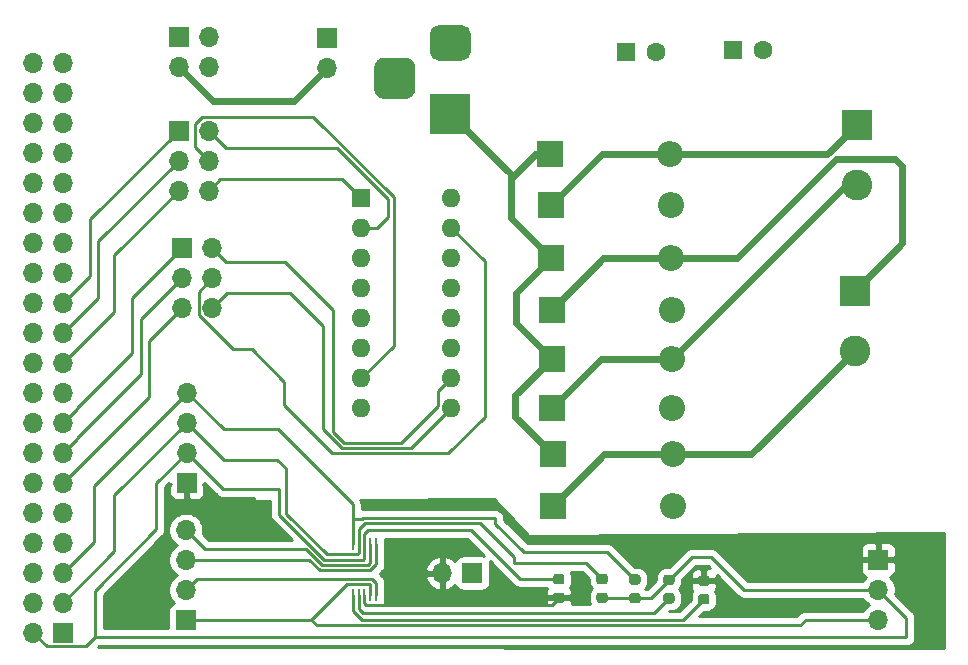
<source format=gbr>
%TF.GenerationSoftware,KiCad,Pcbnew,(5.1.6)-1*%
%TF.CreationDate,2021-05-14T12:36:34+02:00*%
%TF.ProjectId,nano1,6e616e6f-312e-46b6-9963-61645f706362,rev?*%
%TF.SameCoordinates,Original*%
%TF.FileFunction,Copper,L1,Top*%
%TF.FilePolarity,Positive*%
%FSLAX46Y46*%
G04 Gerber Fmt 4.6, Leading zero omitted, Abs format (unit mm)*
G04 Created by KiCad (PCBNEW (5.1.6)-1) date 2021-05-14 12:36:34*
%MOMM*%
%LPD*%
G01*
G04 APERTURE LIST*
%TA.AperFunction,ComponentPad*%
%ADD10O,1.700000X1.700000*%
%TD*%
%TA.AperFunction,ComponentPad*%
%ADD11R,1.700000X1.700000*%
%TD*%
%TA.AperFunction,SMDPad,CuDef*%
%ADD12R,0.250000X1.100000*%
%TD*%
%TA.AperFunction,ComponentPad*%
%ADD13C,2.600000*%
%TD*%
%TA.AperFunction,ComponentPad*%
%ADD14R,2.600000X2.600000*%
%TD*%
%TA.AperFunction,ComponentPad*%
%ADD15R,3.500000X3.500000*%
%TD*%
%TA.AperFunction,ComponentPad*%
%ADD16R,1.600000X1.600000*%
%TD*%
%TA.AperFunction,ComponentPad*%
%ADD17C,1.600000*%
%TD*%
%TA.AperFunction,ComponentPad*%
%ADD18R,2.200000X2.200000*%
%TD*%
%TA.AperFunction,ComponentPad*%
%ADD19O,2.200000X2.200000*%
%TD*%
%TA.AperFunction,ComponentPad*%
%ADD20O,1.600000X1.600000*%
%TD*%
%TA.AperFunction,ViaPad*%
%ADD21C,0.800000*%
%TD*%
%TA.AperFunction,Conductor*%
%ADD22C,0.250000*%
%TD*%
%TA.AperFunction,Conductor*%
%ADD23C,0.600000*%
%TD*%
%TA.AperFunction,Conductor*%
%ADD24C,0.254000*%
%TD*%
G04 APERTURE END LIST*
D10*
%TO.P,J12,2*%
%TO.N,GND*%
X133807200Y-90114120D03*
D11*
%TO.P,J12,1*%
%TO.N,Net-(J1-Pad9)*%
X136347200Y-90114120D03*
%TD*%
D10*
%TO.P,J11,2*%
%TO.N,Net-(J11-Pad2)*%
X124028200Y-47320200D03*
D11*
%TO.P,J11,1*%
%TO.N,Net-(J1-Pad39)*%
X124028200Y-44780200D03*
%TD*%
D10*
%TO.P,J10,4*%
%TO.N,/AIN3*%
X112100360Y-86476840D03*
%TO.P,J10,3*%
%TO.N,/AIN2*%
X112100360Y-89016840D03*
%TO.P,J10,2*%
%TO.N,/AIN1*%
X112100360Y-91556840D03*
D11*
%TO.P,J10,1*%
%TO.N,/AIN0*%
X112100360Y-94096840D03*
%TD*%
D10*
%TO.P,J9,3*%
%TO.N,/AIN0*%
X170703240Y-94066360D03*
%TO.P,J9,2*%
%TO.N,VCC*%
X170703240Y-91526360D03*
D11*
%TO.P,J9,1*%
%TO.N,GND*%
X170703240Y-88986360D03*
%TD*%
D12*
%TO.P,U2,10*%
%TO.N,/SCL*%
X126213360Y-87633920D03*
%TO.P,U2,9*%
%TO.N,/SDA*%
X126713360Y-87633920D03*
%TO.P,U2,8*%
%TO.N,VCC*%
X127213360Y-87633920D03*
%TO.P,U2,7*%
%TO.N,/AIN3*%
X127713360Y-87633920D03*
%TO.P,U2,6*%
%TO.N,/AIN2*%
X128213360Y-87633920D03*
%TO.P,U2,5*%
%TO.N,/AIN1*%
X128213360Y-91933920D03*
%TO.P,U2,4*%
%TO.N,/AIN0*%
X127713360Y-91933920D03*
%TO.P,U2,3*%
%TO.N,GND*%
X127213360Y-91933920D03*
%TO.P,U2,2*%
%TO.N,/ALERT*%
X126713360Y-91933920D03*
%TO.P,U2,1*%
%TO.N,/ADDR*%
X126213360Y-91933920D03*
%TD*%
%TO.P,C3,2*%
%TO.N,GND*%
%TA.AperFunction,SMDPad,CuDef*%
G36*
G01*
X143406150Y-91764600D02*
X143918650Y-91764600D01*
G75*
G02*
X144137400Y-91983350I0J-218750D01*
G01*
X144137400Y-92420850D01*
G75*
G02*
X143918650Y-92639600I-218750J0D01*
G01*
X143406150Y-92639600D01*
G75*
G02*
X143187400Y-92420850I0J218750D01*
G01*
X143187400Y-91983350D01*
G75*
G02*
X143406150Y-91764600I218750J0D01*
G01*
G37*
%TD.AperFunction*%
%TO.P,C3,1*%
%TO.N,VCC*%
%TA.AperFunction,SMDPad,CuDef*%
G36*
G01*
X143406150Y-90189600D02*
X143918650Y-90189600D01*
G75*
G02*
X144137400Y-90408350I0J-218750D01*
G01*
X144137400Y-90845850D01*
G75*
G02*
X143918650Y-91064600I-218750J0D01*
G01*
X143406150Y-91064600D01*
G75*
G02*
X143187400Y-90845850I0J218750D01*
G01*
X143187400Y-90408350D01*
G75*
G02*
X143406150Y-90189600I218750J0D01*
G01*
G37*
%TD.AperFunction*%
%TD*%
%TO.P,R3,2*%
%TO.N,/ADDR*%
%TA.AperFunction,SMDPad,CuDef*%
G36*
G01*
X155684510Y-91901760D02*
X156197010Y-91901760D01*
G75*
G02*
X156415760Y-92120510I0J-218750D01*
G01*
X156415760Y-92558010D01*
G75*
G02*
X156197010Y-92776760I-218750J0D01*
G01*
X155684510Y-92776760D01*
G75*
G02*
X155465760Y-92558010I0J218750D01*
G01*
X155465760Y-92120510D01*
G75*
G02*
X155684510Y-91901760I218750J0D01*
G01*
G37*
%TD.AperFunction*%
%TO.P,R3,1*%
%TO.N,GND*%
%TA.AperFunction,SMDPad,CuDef*%
G36*
G01*
X155684510Y-90326760D02*
X156197010Y-90326760D01*
G75*
G02*
X156415760Y-90545510I0J-218750D01*
G01*
X156415760Y-90983010D01*
G75*
G02*
X156197010Y-91201760I-218750J0D01*
G01*
X155684510Y-91201760D01*
G75*
G02*
X155465760Y-90983010I0J218750D01*
G01*
X155465760Y-90545510D01*
G75*
G02*
X155684510Y-90326760I218750J0D01*
G01*
G37*
%TD.AperFunction*%
%TD*%
%TO.P,R2,2*%
%TO.N,/SDA*%
%TA.AperFunction,SMDPad,CuDef*%
G36*
G01*
X147591490Y-91064600D02*
X147078990Y-91064600D01*
G75*
G02*
X146860240Y-90845850I0J218750D01*
G01*
X146860240Y-90408350D01*
G75*
G02*
X147078990Y-90189600I218750J0D01*
G01*
X147591490Y-90189600D01*
G75*
G02*
X147810240Y-90408350I0J-218750D01*
G01*
X147810240Y-90845850D01*
G75*
G02*
X147591490Y-91064600I-218750J0D01*
G01*
G37*
%TD.AperFunction*%
%TO.P,R2,1*%
%TO.N,VCC*%
%TA.AperFunction,SMDPad,CuDef*%
G36*
G01*
X147591490Y-92639600D02*
X147078990Y-92639600D01*
G75*
G02*
X146860240Y-92420850I0J218750D01*
G01*
X146860240Y-91983350D01*
G75*
G02*
X147078990Y-91764600I218750J0D01*
G01*
X147591490Y-91764600D01*
G75*
G02*
X147810240Y-91983350I0J-218750D01*
G01*
X147810240Y-92420850D01*
G75*
G02*
X147591490Y-92639600I-218750J0D01*
G01*
G37*
%TD.AperFunction*%
%TD*%
%TO.P,R1,2*%
%TO.N,/SCL*%
%TA.AperFunction,SMDPad,CuDef*%
G36*
G01*
X150370250Y-91105240D02*
X149857750Y-91105240D01*
G75*
G02*
X149639000Y-90886490I0J218750D01*
G01*
X149639000Y-90448990D01*
G75*
G02*
X149857750Y-90230240I218750J0D01*
G01*
X150370250Y-90230240D01*
G75*
G02*
X150589000Y-90448990I0J-218750D01*
G01*
X150589000Y-90886490D01*
G75*
G02*
X150370250Y-91105240I-218750J0D01*
G01*
G37*
%TD.AperFunction*%
%TO.P,R1,1*%
%TO.N,VCC*%
%TA.AperFunction,SMDPad,CuDef*%
G36*
G01*
X150370250Y-92680240D02*
X149857750Y-92680240D01*
G75*
G02*
X149639000Y-92461490I0J218750D01*
G01*
X149639000Y-92023990D01*
G75*
G02*
X149857750Y-91805240I218750J0D01*
G01*
X150370250Y-91805240D01*
G75*
G02*
X150589000Y-92023990I0J-218750D01*
G01*
X150589000Y-92461490D01*
G75*
G02*
X150370250Y-92680240I-218750J0D01*
G01*
G37*
%TD.AperFunction*%
%TD*%
%TO.P,R4,2*%
%TO.N,/ALERT*%
%TA.AperFunction,SMDPad,CuDef*%
G36*
G01*
X152738110Y-91825560D02*
X153250610Y-91825560D01*
G75*
G02*
X153469360Y-92044310I0J-218750D01*
G01*
X153469360Y-92481810D01*
G75*
G02*
X153250610Y-92700560I-218750J0D01*
G01*
X152738110Y-92700560D01*
G75*
G02*
X152519360Y-92481810I0J218750D01*
G01*
X152519360Y-92044310D01*
G75*
G02*
X152738110Y-91825560I218750J0D01*
G01*
G37*
%TD.AperFunction*%
%TO.P,R4,1*%
%TO.N,VCC*%
%TA.AperFunction,SMDPad,CuDef*%
G36*
G01*
X152738110Y-90250560D02*
X153250610Y-90250560D01*
G75*
G02*
X153469360Y-90469310I0J-218750D01*
G01*
X153469360Y-90906810D01*
G75*
G02*
X153250610Y-91125560I-218750J0D01*
G01*
X152738110Y-91125560D01*
G75*
G02*
X152519360Y-90906810I0J218750D01*
G01*
X152519360Y-90469310D01*
G75*
G02*
X152738110Y-90250560I218750J0D01*
G01*
G37*
%TD.AperFunction*%
%TD*%
D10*
%TO.P,J3,6*%
%TO.N,Net-(J3-Pad6)*%
X114345720Y-67670680D03*
%TO.P,J3,5*%
%TO.N,Net-(J1-Pad11)*%
X111805720Y-67670680D03*
%TO.P,J3,4*%
%TO.N,Net-(J3-Pad4)*%
X114345720Y-65130680D03*
%TO.P,J3,3*%
%TO.N,Net-(J1-Pad13)*%
X111805720Y-65130680D03*
%TO.P,J3,2*%
%TO.N,Net-(J3-Pad2)*%
X114345720Y-62590680D03*
D11*
%TO.P,J3,1*%
%TO.N,Net-(J1-Pad15)*%
X111805720Y-62590680D03*
%TD*%
D10*
%TO.P,J1,40*%
%TO.N,Net-(J1-Pad40)*%
X99161600Y-46893480D03*
%TO.P,J1,39*%
%TO.N,Net-(J1-Pad39)*%
X101701600Y-46893480D03*
%TO.P,J1,38*%
%TO.N,Net-(J1-Pad38)*%
X99161600Y-49433480D03*
%TO.P,J1,37*%
%TO.N,Net-(J1-Pad37)*%
X101701600Y-49433480D03*
%TO.P,J1,36*%
%TO.N,Net-(J1-Pad36)*%
X99161600Y-51973480D03*
%TO.P,J1,35*%
%TO.N,Net-(J1-Pad35)*%
X101701600Y-51973480D03*
%TO.P,J1,34*%
%TO.N,Net-(J1-Pad34)*%
X99161600Y-54513480D03*
%TO.P,J1,33*%
%TO.N,Net-(J1-Pad33)*%
X101701600Y-54513480D03*
%TO.P,J1,32*%
%TO.N,Net-(J1-Pad32)*%
X99161600Y-57053480D03*
%TO.P,J1,31*%
%TO.N,Net-(J1-Pad31)*%
X101701600Y-57053480D03*
%TO.P,J1,30*%
%TO.N,Net-(J1-Pad30)*%
X99161600Y-59593480D03*
%TO.P,J1,29*%
%TO.N,Net-(J1-Pad29)*%
X101701600Y-59593480D03*
%TO.P,J1,28*%
%TO.N,Net-(J1-Pad28)*%
X99161600Y-62133480D03*
%TO.P,J1,27*%
%TO.N,Net-(J1-Pad27)*%
X101701600Y-62133480D03*
%TO.P,J1,26*%
%TO.N,Net-(J1-Pad26)*%
X99161600Y-64673480D03*
%TO.P,J1,25*%
%TO.N,Net-(J1-Pad25)*%
X101701600Y-64673480D03*
%TO.P,J1,24*%
%TO.N,Net-(J1-Pad24)*%
X99161600Y-67213480D03*
%TO.P,J1,23*%
%TO.N,Net-(J1-Pad23)*%
X101701600Y-67213480D03*
%TO.P,J1,22*%
%TO.N,Net-(J1-Pad22)*%
X99161600Y-69753480D03*
%TO.P,J1,21*%
%TO.N,Net-(J1-Pad21)*%
X101701600Y-69753480D03*
%TO.P,J1,20*%
%TO.N,Net-(J1-Pad20)*%
X99161600Y-72293480D03*
%TO.P,J1,19*%
%TO.N,Net-(J1-Pad19)*%
X101701600Y-72293480D03*
%TO.P,J1,18*%
%TO.N,Net-(J1-Pad18)*%
X99161600Y-74833480D03*
%TO.P,J1,17*%
%TO.N,Net-(J1-Pad17)*%
X101701600Y-74833480D03*
%TO.P,J1,16*%
%TO.N,Net-(J1-Pad16)*%
X99161600Y-77373480D03*
%TO.P,J1,15*%
%TO.N,Net-(J1-Pad15)*%
X101701600Y-77373480D03*
%TO.P,J1,14*%
%TO.N,Net-(J1-Pad14)*%
X99161600Y-79913480D03*
%TO.P,J1,13*%
%TO.N,Net-(J1-Pad13)*%
X101701600Y-79913480D03*
%TO.P,J1,12*%
%TO.N,Net-(J1-Pad12)*%
X99161600Y-82453480D03*
%TO.P,J1,11*%
%TO.N,Net-(J1-Pad11)*%
X101701600Y-82453480D03*
%TO.P,J1,10*%
%TO.N,Net-(J1-Pad10)*%
X99161600Y-84993480D03*
%TO.P,J1,9*%
%TO.N,Net-(J1-Pad9)*%
X101701600Y-84993480D03*
%TO.P,J1,8*%
%TO.N,Net-(J1-Pad8)*%
X99161600Y-87533480D03*
%TO.P,J1,7*%
%TO.N,Net-(J1-Pad7)*%
X101701600Y-87533480D03*
%TO.P,J1,6*%
%TO.N,Net-(J1-Pad6)*%
X99161600Y-90073480D03*
%TO.P,J1,5*%
%TO.N,/SCL*%
X101701600Y-90073480D03*
%TO.P,J1,4*%
%TO.N,Net-(J1-Pad4)*%
X99161600Y-92613480D03*
%TO.P,J1,3*%
%TO.N,/SDA*%
X101701600Y-92613480D03*
%TO.P,J1,2*%
%TO.N,VCC*%
X99161600Y-95153480D03*
D11*
%TO.P,J1,1*%
%TO.N,Net-(J1-Pad1)*%
X101701600Y-95153480D03*
%TD*%
D13*
%TO.P,J7,2*%
%TO.N,Net-(D7-Pad2)*%
X168711880Y-71292720D03*
D14*
%TO.P,J7,1*%
%TO.N,Net-(D3-Pad2)*%
X168711880Y-66212720D03*
%TD*%
D13*
%TO.P,J6,2*%
%TO.N,Net-(D5-Pad2)*%
X168935400Y-57221120D03*
D14*
%TO.P,J6,1*%
%TO.N,Net-(D1-Pad2)*%
X168935400Y-52141120D03*
%TD*%
D10*
%TO.P,J8,4*%
%TO.N,/SCL*%
X112181640Y-74843640D03*
%TO.P,J8,3*%
%TO.N,/SDA*%
X112181640Y-77383640D03*
%TO.P,J8,2*%
%TO.N,VCC*%
X112181640Y-79923640D03*
D11*
%TO.P,J8,1*%
%TO.N,GND*%
X112181640Y-82463640D03*
%TD*%
%TO.P,J5,3*%
%TO.N,N/C*%
%TA.AperFunction,ComponentPad*%
G36*
G01*
X128907840Y-46481800D02*
X130657840Y-46481800D01*
G75*
G02*
X131532840Y-47356800I0J-875000D01*
G01*
X131532840Y-49106800D01*
G75*
G02*
X130657840Y-49981800I-875000J0D01*
G01*
X128907840Y-49981800D01*
G75*
G02*
X128032840Y-49106800I0J875000D01*
G01*
X128032840Y-47356800D01*
G75*
G02*
X128907840Y-46481800I875000J0D01*
G01*
G37*
%TD.AperFunction*%
%TO.P,J5,2*%
%TO.N,GND*%
%TA.AperFunction,ComponentPad*%
G36*
G01*
X133482840Y-43731800D02*
X135482840Y-43731800D01*
G75*
G02*
X136232840Y-44481800I0J-750000D01*
G01*
X136232840Y-45981800D01*
G75*
G02*
X135482840Y-46731800I-750000J0D01*
G01*
X133482840Y-46731800D01*
G75*
G02*
X132732840Y-45981800I0J750000D01*
G01*
X132732840Y-44481800D01*
G75*
G02*
X133482840Y-43731800I750000J0D01*
G01*
G37*
%TD.AperFunction*%
D15*
%TO.P,J5,1*%
%TO.N,Net-(C1-Pad1)*%
X134482840Y-51231800D03*
%TD*%
D16*
%TO.P,C2,1*%
%TO.N,Net-(C2-Pad1)*%
X158424880Y-45811440D03*
D17*
%TO.P,C2,2*%
%TO.N,GND*%
X160924880Y-45811440D03*
%TD*%
D18*
%TO.P,D8,1*%
%TO.N,Net-(D7-Pad2)*%
X143154400Y-84419440D03*
D19*
%TO.P,D8,2*%
%TO.N,GND*%
X153314400Y-84419440D03*
%TD*%
D18*
%TO.P,D7,1*%
%TO.N,Net-(C1-Pad1)*%
X143154400Y-80070960D03*
D19*
%TO.P,D7,2*%
%TO.N,Net-(D7-Pad2)*%
X153314400Y-80070960D03*
%TD*%
D18*
%TO.P,D6,1*%
%TO.N,Net-(D5-Pad2)*%
X143068040Y-76154280D03*
D19*
%TO.P,D6,2*%
%TO.N,GND*%
X153228040Y-76154280D03*
%TD*%
D18*
%TO.P,D5,1*%
%TO.N,Net-(C1-Pad1)*%
X143068040Y-71978520D03*
D19*
%TO.P,D5,2*%
%TO.N,Net-(D5-Pad2)*%
X153228040Y-71978520D03*
%TD*%
D18*
%TO.P,D4,1*%
%TO.N,Net-(D3-Pad2)*%
X143068040Y-67802760D03*
D19*
%TO.P,D4,2*%
%TO.N,GND*%
X153228040Y-67802760D03*
%TD*%
D18*
%TO.P,D3,1*%
%TO.N,Net-(C1-Pad1)*%
X142981680Y-63454280D03*
D19*
%TO.P,D3,2*%
%TO.N,Net-(D3-Pad2)*%
X153141680Y-63454280D03*
%TD*%
D18*
%TO.P,D2,1*%
%TO.N,Net-(D1-Pad2)*%
X143012160Y-58978800D03*
D19*
%TO.P,D2,2*%
%TO.N,GND*%
X153172160Y-58978800D03*
%TD*%
D18*
%TO.P,D1,1*%
%TO.N,Net-(C1-Pad1)*%
X142956280Y-54665880D03*
D19*
%TO.P,D1,2*%
%TO.N,Net-(D1-Pad2)*%
X153116280Y-54665880D03*
%TD*%
D16*
%TO.P,C1,1*%
%TO.N,Net-(C1-Pad1)*%
X149367240Y-45958760D03*
D17*
%TO.P,C1,2*%
%TO.N,GND*%
X151867240Y-45958760D03*
%TD*%
D20*
%TO.P,U1,16*%
%TO.N,Net-(C2-Pad1)*%
X134574280Y-58364120D03*
%TO.P,U1,8*%
%TO.N,Net-(C1-Pad1)*%
X126954280Y-76144120D03*
%TO.P,U1,15*%
%TO.N,Net-(J3-Pad4)*%
X134574280Y-60904120D03*
%TO.P,U1,7*%
%TO.N,Net-(J2-Pad4)*%
X126954280Y-73604120D03*
%TO.P,U1,14*%
%TO.N,Net-(D7-Pad2)*%
X134574280Y-63444120D03*
%TO.P,U1,6*%
%TO.N,Net-(D5-Pad2)*%
X126954280Y-71064120D03*
%TO.P,U1,13*%
%TO.N,GND*%
X134574280Y-65984120D03*
%TO.P,U1,5*%
X126954280Y-68524120D03*
%TO.P,U1,12*%
X134574280Y-68524120D03*
%TO.P,U1,4*%
X126954280Y-65984120D03*
%TO.P,U1,11*%
%TO.N,Net-(D3-Pad2)*%
X134574280Y-71064120D03*
%TO.P,U1,3*%
%TO.N,Net-(D1-Pad2)*%
X126954280Y-63444120D03*
%TO.P,U1,10*%
%TO.N,Net-(J3-Pad2)*%
X134574280Y-73604120D03*
%TO.P,U1,2*%
%TO.N,Net-(J2-Pad2)*%
X126954280Y-60904120D03*
%TO.P,U1,9*%
%TO.N,Net-(J3-Pad6)*%
X134574280Y-76144120D03*
D16*
%TO.P,U1,1*%
%TO.N,Net-(J2-Pad6)*%
X126954280Y-58364120D03*
%TD*%
D10*
%TO.P,J4,4*%
%TO.N,GND*%
X114020600Y-47259240D03*
%TO.P,J4,3*%
%TO.N,Net-(J11-Pad2)*%
X111480600Y-47259240D03*
%TO.P,J4,2*%
%TO.N,Net-(C2-Pad1)*%
X114020600Y-44719240D03*
D11*
%TO.P,J4,1*%
%TO.N,Net-(J1-Pad4)*%
X111480600Y-44719240D03*
%TD*%
D10*
%TO.P,J2,6*%
%TO.N,Net-(J2-Pad6)*%
X114020600Y-57734200D03*
%TO.P,J2,5*%
%TO.N,Net-(J1-Pad19)*%
X111480600Y-57734200D03*
%TO.P,J2,4*%
%TO.N,Net-(J2-Pad4)*%
X114020600Y-55194200D03*
%TO.P,J2,3*%
%TO.N,Net-(J1-Pad21)*%
X111480600Y-55194200D03*
%TO.P,J2,2*%
%TO.N,Net-(J2-Pad2)*%
X114020600Y-52654200D03*
D11*
%TO.P,J2,1*%
%TO.N,Net-(J1-Pad23)*%
X111480600Y-52654200D03*
%TD*%
D21*
%TO.N,GND*%
X131582160Y-90678000D03*
X163748720Y-88463120D03*
X157911800Y-92547440D03*
X107787440Y-91572080D03*
X175112680Y-88905080D03*
X166116000Y-88432640D03*
X129921000Y-90744040D03*
X106756200Y-92567760D03*
X108818680Y-92511880D03*
X107883960Y-93599000D03*
X130703320Y-89687400D03*
X130820160Y-91765120D03*
X139115800Y-91815920D03*
X164998400Y-89448640D03*
X164886640Y-87330280D03*
X173116240Y-88950800D03*
X174117000Y-87807800D03*
X174228760Y-90002360D03*
X114874040Y-85191600D03*
%TD*%
D22*
%TO.N,Net-(J1-Pad23)*%
X101701600Y-67213480D02*
X103626920Y-65288160D01*
X103626920Y-65288160D02*
X103637080Y-65288160D01*
X103637080Y-65288160D02*
X103957120Y-64968120D01*
X103957120Y-60177680D02*
X111480600Y-52654200D01*
X103957120Y-64968120D02*
X103957120Y-60177680D01*
%TO.N,Net-(J1-Pad21)*%
X101701600Y-69753480D02*
X104637840Y-66817240D01*
X104637840Y-62036960D02*
X111480600Y-55194200D01*
X104637840Y-66817240D02*
X104637840Y-62036960D01*
%TO.N,Net-(J1-Pad19)*%
X101701600Y-72293480D02*
X106019600Y-67975480D01*
X106019600Y-63195200D02*
X111480600Y-57734200D01*
X106019600Y-67975480D02*
X106019600Y-63195200D01*
%TO.N,Net-(J1-Pad15)*%
X102876601Y-76198479D02*
X102876601Y-76178159D01*
X101701600Y-77373480D02*
X102876601Y-76198479D01*
X102876601Y-76178159D02*
X107528360Y-71526400D01*
X107528360Y-66868040D02*
X111805720Y-62590680D01*
X107528360Y-71526400D02*
X107528360Y-66868040D01*
%TO.N,Net-(J1-Pad13)*%
X102876601Y-78738479D02*
X102876601Y-78707999D01*
X101701600Y-79913480D02*
X102876601Y-78738479D01*
X102876601Y-78707999D02*
X108290360Y-73294240D01*
X108290360Y-68646040D02*
X111805720Y-65130680D01*
X108290360Y-73294240D02*
X108290360Y-68646040D01*
%TO.N,Net-(J1-Pad11)*%
X101701600Y-82453480D02*
X108966000Y-75189080D01*
X108966000Y-70510400D02*
X111805720Y-67670680D01*
X108966000Y-75189080D02*
X108966000Y-70510400D01*
%TO.N,Net-(J2-Pad6)*%
X125352881Y-56762721D02*
X126954280Y-58364120D01*
X114992079Y-56762721D02*
X125352881Y-56762721D01*
X114020600Y-57734200D02*
X114992079Y-56762721D01*
%TO.N,Net-(J2-Pad4)*%
X129675050Y-70883350D02*
X126954280Y-73604120D01*
X122890771Y-51479199D02*
X129675050Y-58263478D01*
X113456599Y-51479199D02*
X122890771Y-51479199D01*
X112845599Y-52090199D02*
X113456599Y-51479199D01*
X129675050Y-58263478D02*
X129675050Y-70883350D01*
X112845599Y-54019199D02*
X112845599Y-52090199D01*
X114020600Y-55194200D02*
X112845599Y-54019199D01*
%TO.N,Net-(J2-Pad2)*%
X124887903Y-54112741D02*
X129225040Y-58449878D01*
X114020600Y-52654200D02*
X115479141Y-54112741D01*
X115479141Y-54112741D02*
X124887903Y-54112741D01*
X129225040Y-58449878D02*
X129225040Y-59994800D01*
X128315720Y-60904120D02*
X126954280Y-60904120D01*
X129225040Y-59994800D02*
X128315720Y-60904120D01*
%TO.N,Net-(J3-Pad6)*%
X120938004Y-66424881D02*
X123687840Y-69174717D01*
X114345720Y-67670680D02*
X115591519Y-66424881D01*
X115591519Y-66424881D02*
X120938004Y-66424881D01*
X131193110Y-79525290D02*
X134574280Y-76144120D01*
X125279440Y-79525290D02*
X131193110Y-79525290D01*
X123687840Y-77933690D02*
X125279440Y-79525290D01*
X123687840Y-69174717D02*
X123687840Y-77933690D01*
%TO.N,Net-(J3-Pad4)*%
X113170719Y-68234681D02*
X116086518Y-71150480D01*
X114345720Y-65130680D02*
X113170719Y-66305681D01*
X113170719Y-66305681D02*
X113170719Y-68234681D01*
X116086518Y-71150480D02*
X117652399Y-71150480D01*
X120417061Y-73915142D02*
X120417061Y-75926421D01*
X117652399Y-71150480D02*
X120417061Y-73915142D01*
X124465940Y-79975300D02*
X134273700Y-79975300D01*
X120417061Y-75926421D02*
X124465940Y-79975300D01*
X134273700Y-79975300D02*
X137383520Y-76865480D01*
X137383520Y-63713360D02*
X134574280Y-60904120D01*
X137383520Y-76865480D02*
X137383520Y-63713360D01*
%TO.N,Net-(J3-Pad2)*%
X120516596Y-63774901D02*
X124546360Y-67804665D01*
X114345720Y-62590680D02*
X115529941Y-63774901D01*
X115529941Y-63774901D02*
X120516596Y-63774901D01*
X124546360Y-67804665D02*
X124546360Y-77231240D01*
X124584241Y-77269121D02*
X124584241Y-78193681D01*
X124546360Y-77231240D02*
X124584241Y-77269121D01*
X124584241Y-78193681D02*
X125465840Y-79075280D01*
X133449279Y-74729121D02*
X134574280Y-73604120D01*
X133449279Y-75943241D02*
X133449279Y-74729121D01*
X130317240Y-79075280D02*
X133449279Y-75943241D01*
X125465840Y-79075280D02*
X130317240Y-79075280D01*
%TO.N,GND*%
X114424679Y-47663319D02*
X114020600Y-47259240D01*
X127213360Y-92693922D02*
X127328359Y-92808921D01*
X143055579Y-92808921D02*
X143662400Y-92202100D01*
X127328359Y-92808921D02*
X143055579Y-92808921D01*
X127213360Y-91933920D02*
X127213360Y-92693922D01*
%TO.N,Net-(C1-Pad1)*%
X149036520Y-45628040D02*
X149367240Y-45958760D01*
D23*
X142956280Y-54665880D02*
X141691360Y-54665880D01*
X141691360Y-54665880D02*
X139618720Y-56738520D01*
X139618720Y-60091320D02*
X142981680Y-63454280D01*
X139618720Y-56738520D02*
X139618720Y-60091320D01*
X142981680Y-63454280D02*
X140035280Y-66400680D01*
X140035280Y-68945760D02*
X143068040Y-71978520D01*
X140035280Y-66400680D02*
X140035280Y-68945760D01*
X143068040Y-71978520D02*
X139999720Y-75046840D01*
X139999720Y-76916280D02*
X143154400Y-80070960D01*
X139999720Y-75046840D02*
X139999720Y-76916280D01*
X139618720Y-56367680D02*
X134482840Y-51231800D01*
X139618720Y-56738520D02*
X139618720Y-56367680D01*
%TO.N,Net-(D1-Pad2)*%
X147325080Y-54665880D02*
X143012160Y-58978800D01*
X153116280Y-54665880D02*
X147325080Y-54665880D01*
X166410640Y-54665880D02*
X168935400Y-52141120D01*
X153116280Y-54665880D02*
X166410640Y-54665880D01*
%TO.N,Net-(D3-Pad2)*%
X147416520Y-63454280D02*
X143068040Y-67802760D01*
X153141680Y-63454280D02*
X147416520Y-63454280D01*
X172725080Y-62199520D02*
X168711880Y-66212720D01*
X158753624Y-63454280D02*
X167120384Y-55087520D01*
X172725080Y-55661560D02*
X172725080Y-62199520D01*
X153141680Y-63454280D02*
X158753624Y-63454280D01*
X167120384Y-55087520D02*
X172151040Y-55087520D01*
X172151040Y-55087520D02*
X172725080Y-55661560D01*
D22*
%TO.N,Net-(D5-Pad2)*%
X168065440Y-57141120D02*
X168935400Y-57141120D01*
D23*
X147243800Y-71978520D02*
X143068040Y-76154280D01*
X153228040Y-71978520D02*
X147243800Y-71978520D01*
X167985440Y-57221120D02*
X168935400Y-57221120D01*
X153228040Y-71978520D02*
X167985440Y-57221120D01*
%TO.N,Net-(D7-Pad2)*%
X147502880Y-80070960D02*
X143154400Y-84419440D01*
X153314400Y-80070960D02*
X147502880Y-80070960D01*
X159933640Y-80070960D02*
X168711880Y-71292720D01*
X153314400Y-80070960D02*
X159933640Y-80070960D01*
D22*
%TO.N,VCC*%
X99161600Y-95153480D02*
X99700080Y-95691960D01*
X150073360Y-92202100D02*
X150114000Y-92242740D01*
X147335240Y-92202100D02*
X150073360Y-92202100D01*
X151439680Y-92242740D02*
X152994360Y-90688060D01*
X150114000Y-92242740D02*
X151439680Y-92242740D01*
X170703240Y-91526360D02*
X159349440Y-91526360D01*
X159349440Y-91526360D02*
X156575760Y-88752680D01*
X154929740Y-88752680D02*
X152994360Y-90688060D01*
X156575760Y-88752680D02*
X154929740Y-88752680D01*
X119996271Y-83022621D02*
X115280621Y-83022621D01*
X127213360Y-87633920D02*
X127213360Y-88905080D01*
X127213360Y-88905080D02*
X127129968Y-88988472D01*
X127129968Y-88988472D02*
X123804532Y-88988472D01*
X115280621Y-83022621D02*
X112181640Y-79923640D01*
X123804532Y-88988472D02*
X119996271Y-85180211D01*
X119996271Y-85180211D02*
X119996271Y-83022621D01*
X100336601Y-96328481D02*
X99161600Y-95153480D01*
X103614241Y-96328481D02*
X100336601Y-96328481D01*
X170703240Y-91526360D02*
X173085760Y-93908880D01*
X173085760Y-93908880D02*
X173085760Y-95554800D01*
X104387922Y-95554800D02*
X103614241Y-96328481D01*
X173085760Y-95554800D02*
X104387922Y-95554800D01*
X104387922Y-95554800D02*
X104387922Y-91628958D01*
X104387922Y-91628958D02*
X109595920Y-86420960D01*
X109595920Y-82509360D02*
X112181640Y-79923640D01*
X109595920Y-86420960D02*
X109595920Y-82509360D01*
X127213360Y-87633920D02*
X127213360Y-86776560D01*
X127213360Y-86776560D02*
X127513080Y-86476840D01*
X127513080Y-86476840D02*
X136245600Y-86476840D01*
X140395860Y-90627100D02*
X143662400Y-90627100D01*
X136245600Y-86476840D02*
X140395860Y-90627100D01*
%TO.N,/SCL*%
X127121920Y-85455760D02*
X138304230Y-85455760D01*
X126213360Y-87633920D02*
X126213360Y-86697510D01*
X147777300Y-88331040D02*
X150114000Y-90667740D01*
X140705840Y-88331040D02*
X147777300Y-88331040D01*
X119862382Y-77960464D02*
X126213360Y-84311442D01*
X115298464Y-77960464D02*
X119862382Y-77960464D01*
X112181640Y-74843640D02*
X115298464Y-77960464D01*
X101701600Y-90073480D02*
X104312720Y-87462360D01*
X104312720Y-82712560D02*
X112181640Y-74843640D01*
X104312720Y-87462360D02*
X104312720Y-82712560D01*
X127066920Y-85422310D02*
X127121920Y-85422310D01*
X126986990Y-85502240D02*
X127066920Y-85422310D01*
X126213360Y-85502240D02*
X126213360Y-86697510D01*
X126213360Y-85502240D02*
X126986990Y-85502240D01*
X126213360Y-84311442D02*
X126213360Y-85502240D01*
X138304230Y-85929430D02*
X140705840Y-88331040D01*
X138304230Y-85455760D02*
X138304230Y-85929430D01*
%TO.N,/SDA*%
X127253320Y-85872320D02*
X136951720Y-85872320D01*
X145938340Y-89230200D02*
X147335240Y-90627100D01*
X139857480Y-89230200D02*
X145938340Y-89230200D01*
X126598361Y-88508921D02*
X124023201Y-88508921D01*
X126713360Y-87633920D02*
X126713360Y-88393922D01*
X126713360Y-88393922D02*
X126598361Y-88508921D01*
X124023201Y-88508921D02*
X120594120Y-85079840D01*
X115308464Y-80510464D02*
X112181640Y-77383640D01*
X119844473Y-80510464D02*
X115308464Y-80510464D01*
X120594120Y-81260111D02*
X119844473Y-80510464D01*
X120594120Y-85079840D02*
X120594120Y-81260111D01*
X101701600Y-92613480D02*
X106050080Y-88265000D01*
X106050080Y-83515200D02*
X112181640Y-77383640D01*
X106050080Y-88265000D02*
X106050080Y-83515200D01*
X127219870Y-85905770D02*
X127253320Y-85905770D01*
X126713360Y-86412280D02*
X127219870Y-85905770D01*
X126713360Y-87633920D02*
X126713360Y-86412280D01*
X136985170Y-85905770D02*
X136951720Y-85905770D01*
X139857480Y-89230200D02*
X139857480Y-88778080D01*
X139857480Y-88778080D02*
X136985170Y-85905770D01*
%TO.N,/ALERT*%
X126713360Y-91933920D02*
X126713360Y-93119320D01*
X126713360Y-93119320D02*
X127081280Y-93487240D01*
X151770180Y-93487240D02*
X152994360Y-92263060D01*
X127081280Y-93487240D02*
X151770180Y-93487240D01*
%TO.N,/ADDR*%
X126213360Y-91933920D02*
X126213360Y-93305120D01*
X126213360Y-93305120D02*
X127010160Y-94101920D01*
X154178100Y-94101920D02*
X155940760Y-92339260D01*
X127010160Y-94101920D02*
X154178100Y-94101920D01*
%TO.N,/AIN0*%
X112100360Y-94096840D02*
X122717560Y-94096840D01*
X127698359Y-91058919D02*
X127713360Y-91073920D01*
X125755481Y-91058919D02*
X127698359Y-91058919D01*
X127713360Y-91073920D02*
X127713360Y-91933920D01*
X122717560Y-94096840D02*
X125755481Y-91058919D01*
X170703240Y-94066360D02*
X164576760Y-94066360D01*
X123172650Y-94551930D02*
X122717560Y-94096840D01*
X164091190Y-94551930D02*
X123172650Y-94551930D01*
X164576760Y-94066360D02*
X164091190Y-94551930D01*
%TO.N,/AIN1*%
X128213360Y-90937510D02*
X128213360Y-91933920D01*
X113048290Y-90608910D02*
X127884760Y-90608910D01*
X127884760Y-90608910D02*
X128213360Y-90937510D01*
X112100360Y-91556840D02*
X113048290Y-90608910D01*
%TO.N,/AIN2*%
X128213360Y-88530332D02*
X128213360Y-87633920D01*
X112100360Y-89016840D02*
X122560080Y-89016840D01*
X122560080Y-89016840D02*
X123431730Y-89888490D01*
X127699481Y-89888489D02*
X128213360Y-89374610D01*
X123431730Y-89888490D02*
X127699481Y-89888489D01*
X128213360Y-89374610D02*
X128213360Y-88530332D01*
%TO.N,/AIN3*%
X122287170Y-88107520D02*
X113731040Y-88107520D01*
X113731040Y-88107520D02*
X112100360Y-86476840D01*
X123618131Y-89438481D02*
X122287170Y-88107520D01*
X127721360Y-87641920D02*
X127721360Y-89230200D01*
X127721360Y-89230200D02*
X127513080Y-89438480D01*
X127713360Y-87633920D02*
X127721360Y-87641920D01*
X127513080Y-89438480D02*
X123618131Y-89438481D01*
%TO.N,Net-(J11-Pad2)*%
X111114840Y-46893480D02*
X111480600Y-47259240D01*
D23*
X124028200Y-47320200D02*
X121208800Y-50139600D01*
X114360960Y-50139600D02*
X111480600Y-47259240D01*
X121208800Y-50139600D02*
X114360960Y-50139600D01*
%TD*%
D24*
%TO.N,GND*%
G36*
X141029769Y-86914673D02*
G01*
X141048606Y-86930951D01*
X141070257Y-86943242D01*
X141093890Y-86951073D01*
X141122573Y-86954182D01*
X176279031Y-86747617D01*
X176271814Y-96431774D01*
X174003400Y-96423992D01*
X174002449Y-96423898D01*
X173971122Y-96423881D01*
X173939526Y-96423773D01*
X173938567Y-96423864D01*
X104630394Y-96387129D01*
X104702724Y-96314800D01*
X173048427Y-96314800D01*
X173085760Y-96318477D01*
X173234746Y-96303803D01*
X173378007Y-96260346D01*
X173510036Y-96189774D01*
X173625761Y-96094801D01*
X173720734Y-95979076D01*
X173791306Y-95847047D01*
X173834763Y-95703786D01*
X173845760Y-95592133D01*
X173845760Y-95592132D01*
X173849437Y-95554800D01*
X173845760Y-95517467D01*
X173845760Y-93946202D01*
X173849436Y-93908879D01*
X173845760Y-93871556D01*
X173845760Y-93871547D01*
X173834763Y-93759894D01*
X173791306Y-93616633D01*
X173781008Y-93597367D01*
X173720734Y-93484603D01*
X173649559Y-93397877D01*
X173625761Y-93368879D01*
X173596764Y-93345082D01*
X172144449Y-91892768D01*
X172188240Y-91672620D01*
X172188240Y-91380100D01*
X172131172Y-91093202D01*
X172019230Y-90822949D01*
X171856715Y-90579728D01*
X171724860Y-90447873D01*
X171797420Y-90425862D01*
X171907734Y-90366897D01*
X172004425Y-90287545D01*
X172083777Y-90190854D01*
X172142742Y-90080540D01*
X172179052Y-89960842D01*
X172191312Y-89836360D01*
X172188240Y-89272110D01*
X172029490Y-89113360D01*
X170830240Y-89113360D01*
X170830240Y-89133360D01*
X170576240Y-89133360D01*
X170576240Y-89113360D01*
X169376990Y-89113360D01*
X169218240Y-89272110D01*
X169215168Y-89836360D01*
X169227428Y-89960842D01*
X169263738Y-90080540D01*
X169322703Y-90190854D01*
X169402055Y-90287545D01*
X169498746Y-90366897D01*
X169609060Y-90425862D01*
X169681620Y-90447873D01*
X169549765Y-90579728D01*
X169425062Y-90766360D01*
X159664242Y-90766360D01*
X157139564Y-88241683D01*
X157115761Y-88212679D01*
X157022766Y-88136360D01*
X169215168Y-88136360D01*
X169218240Y-88700610D01*
X169376990Y-88859360D01*
X170576240Y-88859360D01*
X170576240Y-87660110D01*
X170830240Y-87660110D01*
X170830240Y-88859360D01*
X172029490Y-88859360D01*
X172188240Y-88700610D01*
X172191312Y-88136360D01*
X172179052Y-88011878D01*
X172142742Y-87892180D01*
X172083777Y-87781866D01*
X172004425Y-87685175D01*
X171907734Y-87605823D01*
X171797420Y-87546858D01*
X171677722Y-87510548D01*
X171553240Y-87498288D01*
X170988990Y-87501360D01*
X170830240Y-87660110D01*
X170576240Y-87660110D01*
X170417490Y-87501360D01*
X169853240Y-87498288D01*
X169728758Y-87510548D01*
X169609060Y-87546858D01*
X169498746Y-87605823D01*
X169402055Y-87685175D01*
X169322703Y-87781866D01*
X169263738Y-87892180D01*
X169227428Y-88011878D01*
X169215168Y-88136360D01*
X157022766Y-88136360D01*
X157000036Y-88117706D01*
X156868007Y-88047134D01*
X156724746Y-88003677D01*
X156613093Y-87992680D01*
X156613082Y-87992680D01*
X156575760Y-87989004D01*
X156538438Y-87992680D01*
X154967065Y-87992680D01*
X154929740Y-87989004D01*
X154892415Y-87992680D01*
X154892407Y-87992680D01*
X154780754Y-88003677D01*
X154637493Y-88047134D01*
X154505464Y-88117706D01*
X154389739Y-88212679D01*
X154365941Y-88241677D01*
X152995131Y-89612488D01*
X152738110Y-89612488D01*
X152570952Y-89628952D01*
X152410218Y-89677710D01*
X152262085Y-89756889D01*
X152132245Y-89863445D01*
X152025689Y-89993285D01*
X151946510Y-90141418D01*
X151897752Y-90302152D01*
X151881288Y-90469310D01*
X151881288Y-90726330D01*
X151124879Y-91482740D01*
X151029143Y-91482740D01*
X151006574Y-91455240D01*
X151082671Y-91362515D01*
X151161850Y-91214382D01*
X151210608Y-91053648D01*
X151227072Y-90886490D01*
X151227072Y-90448990D01*
X151210608Y-90281832D01*
X151161850Y-90121098D01*
X151082671Y-89972965D01*
X150976115Y-89843125D01*
X150846275Y-89736569D01*
X150698142Y-89657390D01*
X150537408Y-89608632D01*
X150370250Y-89592168D01*
X150113230Y-89592168D01*
X148341104Y-87820043D01*
X148317301Y-87791039D01*
X148201576Y-87696066D01*
X148069547Y-87625494D01*
X147926286Y-87582037D01*
X147814633Y-87571040D01*
X147814622Y-87571040D01*
X147777300Y-87567364D01*
X147739978Y-87571040D01*
X141020643Y-87571040D01*
X139064230Y-85614629D01*
X139064230Y-85493093D01*
X139067907Y-85455760D01*
X139055442Y-85329197D01*
X139053233Y-85306774D01*
X139009776Y-85163513D01*
X138939204Y-85031484D01*
X138844231Y-84915759D01*
X138803472Y-84882309D01*
X138728506Y-84820786D01*
X138596477Y-84750214D01*
X138453216Y-84706757D01*
X138341563Y-84695760D01*
X138304230Y-84692083D01*
X138266897Y-84695760D01*
X127344925Y-84695760D01*
X127270906Y-84673307D01*
X127159253Y-84662310D01*
X127104242Y-84662310D01*
X127066919Y-84658634D01*
X127029597Y-84662310D01*
X127029587Y-84662310D01*
X126973360Y-84667848D01*
X126973360Y-84348764D01*
X126977036Y-84311441D01*
X126973360Y-84274118D01*
X126973360Y-84274109D01*
X126962363Y-84162456D01*
X126918906Y-84019195D01*
X126874210Y-83935576D01*
X138142085Y-83876167D01*
X141029769Y-86914673D01*
G37*
X141029769Y-86914673D02*
X141048606Y-86930951D01*
X141070257Y-86943242D01*
X141093890Y-86951073D01*
X141122573Y-86954182D01*
X176279031Y-86747617D01*
X176271814Y-96431774D01*
X174003400Y-96423992D01*
X174002449Y-96423898D01*
X173971122Y-96423881D01*
X173939526Y-96423773D01*
X173938567Y-96423864D01*
X104630394Y-96387129D01*
X104702724Y-96314800D01*
X173048427Y-96314800D01*
X173085760Y-96318477D01*
X173234746Y-96303803D01*
X173378007Y-96260346D01*
X173510036Y-96189774D01*
X173625761Y-96094801D01*
X173720734Y-95979076D01*
X173791306Y-95847047D01*
X173834763Y-95703786D01*
X173845760Y-95592133D01*
X173845760Y-95592132D01*
X173849437Y-95554800D01*
X173845760Y-95517467D01*
X173845760Y-93946202D01*
X173849436Y-93908879D01*
X173845760Y-93871556D01*
X173845760Y-93871547D01*
X173834763Y-93759894D01*
X173791306Y-93616633D01*
X173781008Y-93597367D01*
X173720734Y-93484603D01*
X173649559Y-93397877D01*
X173625761Y-93368879D01*
X173596764Y-93345082D01*
X172144449Y-91892768D01*
X172188240Y-91672620D01*
X172188240Y-91380100D01*
X172131172Y-91093202D01*
X172019230Y-90822949D01*
X171856715Y-90579728D01*
X171724860Y-90447873D01*
X171797420Y-90425862D01*
X171907734Y-90366897D01*
X172004425Y-90287545D01*
X172083777Y-90190854D01*
X172142742Y-90080540D01*
X172179052Y-89960842D01*
X172191312Y-89836360D01*
X172188240Y-89272110D01*
X172029490Y-89113360D01*
X170830240Y-89113360D01*
X170830240Y-89133360D01*
X170576240Y-89133360D01*
X170576240Y-89113360D01*
X169376990Y-89113360D01*
X169218240Y-89272110D01*
X169215168Y-89836360D01*
X169227428Y-89960842D01*
X169263738Y-90080540D01*
X169322703Y-90190854D01*
X169402055Y-90287545D01*
X169498746Y-90366897D01*
X169609060Y-90425862D01*
X169681620Y-90447873D01*
X169549765Y-90579728D01*
X169425062Y-90766360D01*
X159664242Y-90766360D01*
X157139564Y-88241683D01*
X157115761Y-88212679D01*
X157022766Y-88136360D01*
X169215168Y-88136360D01*
X169218240Y-88700610D01*
X169376990Y-88859360D01*
X170576240Y-88859360D01*
X170576240Y-87660110D01*
X170830240Y-87660110D01*
X170830240Y-88859360D01*
X172029490Y-88859360D01*
X172188240Y-88700610D01*
X172191312Y-88136360D01*
X172179052Y-88011878D01*
X172142742Y-87892180D01*
X172083777Y-87781866D01*
X172004425Y-87685175D01*
X171907734Y-87605823D01*
X171797420Y-87546858D01*
X171677722Y-87510548D01*
X171553240Y-87498288D01*
X170988990Y-87501360D01*
X170830240Y-87660110D01*
X170576240Y-87660110D01*
X170417490Y-87501360D01*
X169853240Y-87498288D01*
X169728758Y-87510548D01*
X169609060Y-87546858D01*
X169498746Y-87605823D01*
X169402055Y-87685175D01*
X169322703Y-87781866D01*
X169263738Y-87892180D01*
X169227428Y-88011878D01*
X169215168Y-88136360D01*
X157022766Y-88136360D01*
X157000036Y-88117706D01*
X156868007Y-88047134D01*
X156724746Y-88003677D01*
X156613093Y-87992680D01*
X156613082Y-87992680D01*
X156575760Y-87989004D01*
X156538438Y-87992680D01*
X154967065Y-87992680D01*
X154929740Y-87989004D01*
X154892415Y-87992680D01*
X154892407Y-87992680D01*
X154780754Y-88003677D01*
X154637493Y-88047134D01*
X154505464Y-88117706D01*
X154389739Y-88212679D01*
X154365941Y-88241677D01*
X152995131Y-89612488D01*
X152738110Y-89612488D01*
X152570952Y-89628952D01*
X152410218Y-89677710D01*
X152262085Y-89756889D01*
X152132245Y-89863445D01*
X152025689Y-89993285D01*
X151946510Y-90141418D01*
X151897752Y-90302152D01*
X151881288Y-90469310D01*
X151881288Y-90726330D01*
X151124879Y-91482740D01*
X151029143Y-91482740D01*
X151006574Y-91455240D01*
X151082671Y-91362515D01*
X151161850Y-91214382D01*
X151210608Y-91053648D01*
X151227072Y-90886490D01*
X151227072Y-90448990D01*
X151210608Y-90281832D01*
X151161850Y-90121098D01*
X151082671Y-89972965D01*
X150976115Y-89843125D01*
X150846275Y-89736569D01*
X150698142Y-89657390D01*
X150537408Y-89608632D01*
X150370250Y-89592168D01*
X150113230Y-89592168D01*
X148341104Y-87820043D01*
X148317301Y-87791039D01*
X148201576Y-87696066D01*
X148069547Y-87625494D01*
X147926286Y-87582037D01*
X147814633Y-87571040D01*
X147814622Y-87571040D01*
X147777300Y-87567364D01*
X147739978Y-87571040D01*
X141020643Y-87571040D01*
X139064230Y-85614629D01*
X139064230Y-85493093D01*
X139067907Y-85455760D01*
X139055442Y-85329197D01*
X139053233Y-85306774D01*
X139009776Y-85163513D01*
X138939204Y-85031484D01*
X138844231Y-84915759D01*
X138803472Y-84882309D01*
X138728506Y-84820786D01*
X138596477Y-84750214D01*
X138453216Y-84706757D01*
X138341563Y-84695760D01*
X138304230Y-84692083D01*
X138266897Y-84695760D01*
X127344925Y-84695760D01*
X127270906Y-84673307D01*
X127159253Y-84662310D01*
X127104242Y-84662310D01*
X127066919Y-84658634D01*
X127029597Y-84662310D01*
X127029587Y-84662310D01*
X126973360Y-84667848D01*
X126973360Y-84348764D01*
X126977036Y-84311441D01*
X126973360Y-84274118D01*
X126973360Y-84274109D01*
X126962363Y-84162456D01*
X126918906Y-84019195D01*
X126874210Y-83935576D01*
X138142085Y-83876167D01*
X141029769Y-86914673D01*
G36*
X112308640Y-82336640D02*
G01*
X112328640Y-82336640D01*
X112328640Y-82590640D01*
X112308640Y-82590640D01*
X112308640Y-83789890D01*
X112467390Y-83948640D01*
X113031640Y-83951712D01*
X113156122Y-83939452D01*
X113275820Y-83903142D01*
X113386134Y-83844177D01*
X113482825Y-83764825D01*
X113562177Y-83668134D01*
X113621142Y-83557820D01*
X113657452Y-83438122D01*
X113669712Y-83313640D01*
X113666640Y-82749390D01*
X113507892Y-82590642D01*
X113666640Y-82590642D01*
X113666640Y-82483442D01*
X114716822Y-83533624D01*
X114740620Y-83562622D01*
X114769618Y-83586420D01*
X114856344Y-83657595D01*
X114891653Y-83676468D01*
X114988374Y-83728167D01*
X115131635Y-83771624D01*
X115243288Y-83782621D01*
X115243298Y-83782621D01*
X115280621Y-83786297D01*
X115317944Y-83782621D01*
X117833049Y-83782621D01*
X117835758Y-83860003D01*
X117839063Y-83884679D01*
X117847119Y-83908236D01*
X117859616Y-83929769D01*
X117876074Y-83948449D01*
X117895860Y-83963560D01*
X117918214Y-83974521D01*
X117942276Y-83980910D01*
X117963350Y-83982558D01*
X119236272Y-83975847D01*
X119236271Y-85142888D01*
X119232595Y-85180211D01*
X119236271Y-85217533D01*
X119236271Y-85217543D01*
X119247268Y-85329196D01*
X119283320Y-85448044D01*
X119290725Y-85472457D01*
X119361297Y-85604487D01*
X119399654Y-85651225D01*
X119456270Y-85720212D01*
X119485274Y-85744015D01*
X121088779Y-87347520D01*
X114045842Y-87347520D01*
X113541570Y-86843248D01*
X113585360Y-86623100D01*
X113585360Y-86330580D01*
X113528292Y-86043682D01*
X113416350Y-85773429D01*
X113253835Y-85530208D01*
X113046992Y-85323365D01*
X112803771Y-85160850D01*
X112533518Y-85048908D01*
X112246620Y-84991840D01*
X111954100Y-84991840D01*
X111667202Y-85048908D01*
X111396949Y-85160850D01*
X111153728Y-85323365D01*
X110946885Y-85530208D01*
X110784370Y-85773429D01*
X110672428Y-86043682D01*
X110615360Y-86330580D01*
X110615360Y-86623100D01*
X110672428Y-86909998D01*
X110784370Y-87180251D01*
X110946885Y-87423472D01*
X111153728Y-87630315D01*
X111328120Y-87746840D01*
X111153728Y-87863365D01*
X110946885Y-88070208D01*
X110784370Y-88313429D01*
X110672428Y-88583682D01*
X110615360Y-88870580D01*
X110615360Y-89163100D01*
X110672428Y-89449998D01*
X110784370Y-89720251D01*
X110946885Y-89963472D01*
X111153728Y-90170315D01*
X111328120Y-90286840D01*
X111153728Y-90403365D01*
X110946885Y-90610208D01*
X110784370Y-90853429D01*
X110672428Y-91123682D01*
X110615360Y-91410580D01*
X110615360Y-91703100D01*
X110672428Y-91989998D01*
X110784370Y-92260251D01*
X110946885Y-92503472D01*
X111078740Y-92635327D01*
X111006180Y-92657338D01*
X110895866Y-92716303D01*
X110799175Y-92795655D01*
X110719823Y-92892346D01*
X110660858Y-93002660D01*
X110624548Y-93122358D01*
X110612288Y-93246840D01*
X110612288Y-94794800D01*
X105147922Y-94794800D01*
X105147922Y-91943759D01*
X110106929Y-86984754D01*
X110135921Y-86960961D01*
X110159715Y-86931968D01*
X110159719Y-86931964D01*
X110230893Y-86845237D01*
X110230894Y-86845236D01*
X110301466Y-86713207D01*
X110344923Y-86569946D01*
X110355920Y-86458293D01*
X110355920Y-86458284D01*
X110359596Y-86420961D01*
X110355920Y-86383638D01*
X110355920Y-82824161D01*
X110696640Y-82483442D01*
X110696640Y-82590642D01*
X110855388Y-82590642D01*
X110696640Y-82749390D01*
X110693568Y-83313640D01*
X110705828Y-83438122D01*
X110742138Y-83557820D01*
X110801103Y-83668134D01*
X110880455Y-83764825D01*
X110977146Y-83844177D01*
X111087460Y-83903142D01*
X111207158Y-83939452D01*
X111331640Y-83951712D01*
X111895890Y-83948640D01*
X112054640Y-83789890D01*
X112054640Y-82590640D01*
X112034640Y-82590640D01*
X112034640Y-82336640D01*
X112054640Y-82336640D01*
X112054640Y-82316640D01*
X112308640Y-82316640D01*
X112308640Y-82336640D01*
G37*
X112308640Y-82336640D02*
X112328640Y-82336640D01*
X112328640Y-82590640D01*
X112308640Y-82590640D01*
X112308640Y-83789890D01*
X112467390Y-83948640D01*
X113031640Y-83951712D01*
X113156122Y-83939452D01*
X113275820Y-83903142D01*
X113386134Y-83844177D01*
X113482825Y-83764825D01*
X113562177Y-83668134D01*
X113621142Y-83557820D01*
X113657452Y-83438122D01*
X113669712Y-83313640D01*
X113666640Y-82749390D01*
X113507892Y-82590642D01*
X113666640Y-82590642D01*
X113666640Y-82483442D01*
X114716822Y-83533624D01*
X114740620Y-83562622D01*
X114769618Y-83586420D01*
X114856344Y-83657595D01*
X114891653Y-83676468D01*
X114988374Y-83728167D01*
X115131635Y-83771624D01*
X115243288Y-83782621D01*
X115243298Y-83782621D01*
X115280621Y-83786297D01*
X115317944Y-83782621D01*
X117833049Y-83782621D01*
X117835758Y-83860003D01*
X117839063Y-83884679D01*
X117847119Y-83908236D01*
X117859616Y-83929769D01*
X117876074Y-83948449D01*
X117895860Y-83963560D01*
X117918214Y-83974521D01*
X117942276Y-83980910D01*
X117963350Y-83982558D01*
X119236272Y-83975847D01*
X119236271Y-85142888D01*
X119232595Y-85180211D01*
X119236271Y-85217533D01*
X119236271Y-85217543D01*
X119247268Y-85329196D01*
X119283320Y-85448044D01*
X119290725Y-85472457D01*
X119361297Y-85604487D01*
X119399654Y-85651225D01*
X119456270Y-85720212D01*
X119485274Y-85744015D01*
X121088779Y-87347520D01*
X114045842Y-87347520D01*
X113541570Y-86843248D01*
X113585360Y-86623100D01*
X113585360Y-86330580D01*
X113528292Y-86043682D01*
X113416350Y-85773429D01*
X113253835Y-85530208D01*
X113046992Y-85323365D01*
X112803771Y-85160850D01*
X112533518Y-85048908D01*
X112246620Y-84991840D01*
X111954100Y-84991840D01*
X111667202Y-85048908D01*
X111396949Y-85160850D01*
X111153728Y-85323365D01*
X110946885Y-85530208D01*
X110784370Y-85773429D01*
X110672428Y-86043682D01*
X110615360Y-86330580D01*
X110615360Y-86623100D01*
X110672428Y-86909998D01*
X110784370Y-87180251D01*
X110946885Y-87423472D01*
X111153728Y-87630315D01*
X111328120Y-87746840D01*
X111153728Y-87863365D01*
X110946885Y-88070208D01*
X110784370Y-88313429D01*
X110672428Y-88583682D01*
X110615360Y-88870580D01*
X110615360Y-89163100D01*
X110672428Y-89449998D01*
X110784370Y-89720251D01*
X110946885Y-89963472D01*
X111153728Y-90170315D01*
X111328120Y-90286840D01*
X111153728Y-90403365D01*
X110946885Y-90610208D01*
X110784370Y-90853429D01*
X110672428Y-91123682D01*
X110615360Y-91410580D01*
X110615360Y-91703100D01*
X110672428Y-91989998D01*
X110784370Y-92260251D01*
X110946885Y-92503472D01*
X111078740Y-92635327D01*
X111006180Y-92657338D01*
X110895866Y-92716303D01*
X110799175Y-92795655D01*
X110719823Y-92892346D01*
X110660858Y-93002660D01*
X110624548Y-93122358D01*
X110612288Y-93246840D01*
X110612288Y-94794800D01*
X105147922Y-94794800D01*
X105147922Y-91943759D01*
X110106929Y-86984754D01*
X110135921Y-86960961D01*
X110159715Y-86931968D01*
X110159719Y-86931964D01*
X110230893Y-86845237D01*
X110230894Y-86845236D01*
X110301466Y-86713207D01*
X110344923Y-86569946D01*
X110355920Y-86458293D01*
X110355920Y-86458284D01*
X110359596Y-86420961D01*
X110355920Y-86383638D01*
X110355920Y-82824161D01*
X110696640Y-82483442D01*
X110696640Y-82590642D01*
X110855388Y-82590642D01*
X110696640Y-82749390D01*
X110693568Y-83313640D01*
X110705828Y-83438122D01*
X110742138Y-83557820D01*
X110801103Y-83668134D01*
X110880455Y-83764825D01*
X110977146Y-83844177D01*
X111087460Y-83903142D01*
X111207158Y-83939452D01*
X111331640Y-83951712D01*
X111895890Y-83948640D01*
X112054640Y-83789890D01*
X112054640Y-82590640D01*
X112034640Y-82590640D01*
X112034640Y-82336640D01*
X112054640Y-82336640D01*
X112054640Y-82316640D01*
X112308640Y-82316640D01*
X112308640Y-82336640D01*
G36*
X156439284Y-89691005D02*
G01*
X156415760Y-89688688D01*
X156226510Y-89691760D01*
X156067760Y-89850510D01*
X156067760Y-90637260D01*
X156892010Y-90637260D01*
X157050760Y-90478510D01*
X157053832Y-90326760D01*
X157051515Y-90303237D01*
X158785640Y-92037362D01*
X158809439Y-92066361D01*
X158838437Y-92090159D01*
X158925163Y-92161334D01*
X159034301Y-92219670D01*
X159057193Y-92231906D01*
X159200454Y-92275363D01*
X159312107Y-92286360D01*
X159312117Y-92286360D01*
X159349440Y-92290036D01*
X159386763Y-92286360D01*
X169425062Y-92286360D01*
X169549765Y-92472992D01*
X169756608Y-92679835D01*
X169931000Y-92796360D01*
X169756608Y-92912885D01*
X169549765Y-93119728D01*
X169425062Y-93306360D01*
X164614085Y-93306360D01*
X164576760Y-93302684D01*
X164539435Y-93306360D01*
X164539427Y-93306360D01*
X164427774Y-93317357D01*
X164284513Y-93360814D01*
X164152484Y-93431386D01*
X164036759Y-93526359D01*
X164012956Y-93555363D01*
X163776389Y-93791930D01*
X155562891Y-93791930D01*
X155939990Y-93414832D01*
X156197010Y-93414832D01*
X156364168Y-93398368D01*
X156524902Y-93349610D01*
X156673035Y-93270431D01*
X156802875Y-93163875D01*
X156909431Y-93034035D01*
X156988610Y-92885902D01*
X157037368Y-92725168D01*
X157053832Y-92558010D01*
X157053832Y-92120510D01*
X157037368Y-91953352D01*
X156988610Y-91792618D01*
X156909431Y-91644485D01*
X156891660Y-91622830D01*
X156946297Y-91556254D01*
X157005262Y-91445940D01*
X157041572Y-91326242D01*
X157053832Y-91201760D01*
X157050760Y-91050010D01*
X156892010Y-90891260D01*
X156067760Y-90891260D01*
X156067760Y-90911260D01*
X155813760Y-90911260D01*
X155813760Y-90891260D01*
X154989510Y-90891260D01*
X154830760Y-91050010D01*
X154827688Y-91201760D01*
X154839948Y-91326242D01*
X154876258Y-91445940D01*
X154935223Y-91556254D01*
X154989860Y-91622830D01*
X154972089Y-91644485D01*
X154892910Y-91792618D01*
X154844152Y-91953352D01*
X154827688Y-92120510D01*
X154827688Y-92377530D01*
X153863299Y-93341920D01*
X152990302Y-93341920D01*
X152993590Y-93338632D01*
X153250610Y-93338632D01*
X153417768Y-93322168D01*
X153578502Y-93273410D01*
X153726635Y-93194231D01*
X153856475Y-93087675D01*
X153963031Y-92957835D01*
X154042210Y-92809702D01*
X154090968Y-92648968D01*
X154107432Y-92481810D01*
X154107432Y-92044310D01*
X154090968Y-91877152D01*
X154042210Y-91716418D01*
X153963031Y-91568285D01*
X153886934Y-91475560D01*
X153963031Y-91382835D01*
X154042210Y-91234702D01*
X154090968Y-91073968D01*
X154107432Y-90906810D01*
X154107432Y-90649789D01*
X154430461Y-90326760D01*
X154827688Y-90326760D01*
X154830760Y-90478510D01*
X154989510Y-90637260D01*
X155813760Y-90637260D01*
X155813760Y-89850510D01*
X155655010Y-89691760D01*
X155465760Y-89688688D01*
X155341278Y-89700948D01*
X155221580Y-89737258D01*
X155111266Y-89796223D01*
X155014575Y-89875575D01*
X154935223Y-89972266D01*
X154876258Y-90082580D01*
X154839948Y-90202278D01*
X154827688Y-90326760D01*
X154430461Y-90326760D01*
X155244542Y-89512680D01*
X156260959Y-89512680D01*
X156439284Y-89691005D01*
G37*
X156439284Y-89691005D02*
X156415760Y-89688688D01*
X156226510Y-89691760D01*
X156067760Y-89850510D01*
X156067760Y-90637260D01*
X156892010Y-90637260D01*
X157050760Y-90478510D01*
X157053832Y-90326760D01*
X157051515Y-90303237D01*
X158785640Y-92037362D01*
X158809439Y-92066361D01*
X158838437Y-92090159D01*
X158925163Y-92161334D01*
X159034301Y-92219670D01*
X159057193Y-92231906D01*
X159200454Y-92275363D01*
X159312107Y-92286360D01*
X159312117Y-92286360D01*
X159349440Y-92290036D01*
X159386763Y-92286360D01*
X169425062Y-92286360D01*
X169549765Y-92472992D01*
X169756608Y-92679835D01*
X169931000Y-92796360D01*
X169756608Y-92912885D01*
X169549765Y-93119728D01*
X169425062Y-93306360D01*
X164614085Y-93306360D01*
X164576760Y-93302684D01*
X164539435Y-93306360D01*
X164539427Y-93306360D01*
X164427774Y-93317357D01*
X164284513Y-93360814D01*
X164152484Y-93431386D01*
X164036759Y-93526359D01*
X164012956Y-93555363D01*
X163776389Y-93791930D01*
X155562891Y-93791930D01*
X155939990Y-93414832D01*
X156197010Y-93414832D01*
X156364168Y-93398368D01*
X156524902Y-93349610D01*
X156673035Y-93270431D01*
X156802875Y-93163875D01*
X156909431Y-93034035D01*
X156988610Y-92885902D01*
X157037368Y-92725168D01*
X157053832Y-92558010D01*
X157053832Y-92120510D01*
X157037368Y-91953352D01*
X156988610Y-91792618D01*
X156909431Y-91644485D01*
X156891660Y-91622830D01*
X156946297Y-91556254D01*
X157005262Y-91445940D01*
X157041572Y-91326242D01*
X157053832Y-91201760D01*
X157050760Y-91050010D01*
X156892010Y-90891260D01*
X156067760Y-90891260D01*
X156067760Y-90911260D01*
X155813760Y-90911260D01*
X155813760Y-90891260D01*
X154989510Y-90891260D01*
X154830760Y-91050010D01*
X154827688Y-91201760D01*
X154839948Y-91326242D01*
X154876258Y-91445940D01*
X154935223Y-91556254D01*
X154989860Y-91622830D01*
X154972089Y-91644485D01*
X154892910Y-91792618D01*
X154844152Y-91953352D01*
X154827688Y-92120510D01*
X154827688Y-92377530D01*
X153863299Y-93341920D01*
X152990302Y-93341920D01*
X152993590Y-93338632D01*
X153250610Y-93338632D01*
X153417768Y-93322168D01*
X153578502Y-93273410D01*
X153726635Y-93194231D01*
X153856475Y-93087675D01*
X153963031Y-92957835D01*
X154042210Y-92809702D01*
X154090968Y-92648968D01*
X154107432Y-92481810D01*
X154107432Y-92044310D01*
X154090968Y-91877152D01*
X154042210Y-91716418D01*
X153963031Y-91568285D01*
X153886934Y-91475560D01*
X153963031Y-91382835D01*
X154042210Y-91234702D01*
X154090968Y-91073968D01*
X154107432Y-90906810D01*
X154107432Y-90649789D01*
X154430461Y-90326760D01*
X154827688Y-90326760D01*
X154830760Y-90478510D01*
X154989510Y-90637260D01*
X155813760Y-90637260D01*
X155813760Y-89850510D01*
X155655010Y-89691760D01*
X155465760Y-89688688D01*
X155341278Y-89700948D01*
X155221580Y-89737258D01*
X155111266Y-89796223D01*
X155014575Y-89875575D01*
X154935223Y-89972266D01*
X154876258Y-90082580D01*
X154839948Y-90202278D01*
X154827688Y-90326760D01*
X154430461Y-90326760D01*
X155244542Y-89512680D01*
X156260959Y-89512680D01*
X156439284Y-89691005D01*
G36*
X137336876Y-88642917D02*
G01*
X137321682Y-88638308D01*
X137197200Y-88626048D01*
X135497200Y-88626048D01*
X135372718Y-88638308D01*
X135253020Y-88674618D01*
X135142706Y-88733583D01*
X135046015Y-88812935D01*
X134966663Y-88909626D01*
X134907698Y-89019940D01*
X134883234Y-89100586D01*
X134807469Y-89016532D01*
X134574120Y-88842479D01*
X134311299Y-88717295D01*
X134164090Y-88672644D01*
X133934200Y-88793965D01*
X133934200Y-89987120D01*
X133954200Y-89987120D01*
X133954200Y-90241120D01*
X133934200Y-90241120D01*
X133934200Y-91434275D01*
X134164090Y-91555596D01*
X134311299Y-91510945D01*
X134574120Y-91385761D01*
X134807469Y-91211708D01*
X134883234Y-91127654D01*
X134907698Y-91208300D01*
X134966663Y-91318614D01*
X135046015Y-91415305D01*
X135142706Y-91494657D01*
X135253020Y-91553622D01*
X135372718Y-91589932D01*
X135497200Y-91602192D01*
X137197200Y-91602192D01*
X137321682Y-91589932D01*
X137441380Y-91553622D01*
X137551694Y-91494657D01*
X137648385Y-91415305D01*
X137727737Y-91318614D01*
X137786702Y-91208300D01*
X137823012Y-91088602D01*
X137835272Y-90964120D01*
X137835272Y-89264120D01*
X137823012Y-89139638D01*
X137818403Y-89124445D01*
X139832061Y-91138103D01*
X139855859Y-91167101D01*
X139884857Y-91190899D01*
X139971583Y-91262074D01*
X140102197Y-91331889D01*
X140103613Y-91332646D01*
X140246874Y-91376103D01*
X140358527Y-91387100D01*
X140358537Y-91387100D01*
X140395860Y-91390776D01*
X140433182Y-91387100D01*
X142675743Y-91387100D01*
X142656863Y-91410106D01*
X142597898Y-91520420D01*
X142561588Y-91640118D01*
X142549328Y-91764600D01*
X142552400Y-91916350D01*
X142711150Y-92075100D01*
X143535400Y-92075100D01*
X143535400Y-92055100D01*
X143789400Y-92055100D01*
X143789400Y-92075100D01*
X144613650Y-92075100D01*
X144772400Y-91916350D01*
X144775472Y-91764600D01*
X144763212Y-91640118D01*
X144726902Y-91520420D01*
X144667937Y-91410106D01*
X144613300Y-91343530D01*
X144631071Y-91321875D01*
X144710250Y-91173742D01*
X144759008Y-91013008D01*
X144775472Y-90845850D01*
X144775472Y-90408350D01*
X144759008Y-90241192D01*
X144710250Y-90080458D01*
X144662006Y-89990200D01*
X145623539Y-89990200D01*
X146222168Y-90588830D01*
X146222168Y-90845850D01*
X146238632Y-91013008D01*
X146287390Y-91173742D01*
X146366569Y-91321875D01*
X146442666Y-91414600D01*
X146366569Y-91507325D01*
X146287390Y-91655458D01*
X146238632Y-91816192D01*
X146222168Y-91983350D01*
X146222168Y-92420850D01*
X146238632Y-92588008D01*
X146280867Y-92727240D01*
X144766840Y-92727240D01*
X144775472Y-92639600D01*
X144772400Y-92487850D01*
X144613650Y-92329100D01*
X143789400Y-92329100D01*
X143789400Y-92349100D01*
X143535400Y-92349100D01*
X143535400Y-92329100D01*
X142711150Y-92329100D01*
X142552400Y-92487850D01*
X142549328Y-92639600D01*
X142557960Y-92727240D01*
X128928123Y-92727240D01*
X128964172Y-92608402D01*
X128976432Y-92483920D01*
X128976432Y-91383920D01*
X128973360Y-91352728D01*
X128973360Y-90974843D01*
X128977037Y-90937510D01*
X128962363Y-90788524D01*
X128918906Y-90645263D01*
X128913229Y-90634643D01*
X128848334Y-90513234D01*
X128813683Y-90471011D01*
X132365719Y-90471011D01*
X132463043Y-90745372D01*
X132612022Y-90995475D01*
X132806931Y-91211708D01*
X133040280Y-91385761D01*
X133303101Y-91510945D01*
X133450310Y-91555596D01*
X133680200Y-91434275D01*
X133680200Y-90241120D01*
X132486386Y-90241120D01*
X132365719Y-90471011D01*
X128813683Y-90471011D01*
X128753361Y-90397509D01*
X128724358Y-90373707D01*
X128506711Y-90156060D01*
X128724363Y-89938408D01*
X128753361Y-89914611D01*
X128848334Y-89798886D01*
X128870600Y-89757229D01*
X132365719Y-89757229D01*
X132486386Y-89987120D01*
X133680200Y-89987120D01*
X133680200Y-88793965D01*
X133450310Y-88672644D01*
X133303101Y-88717295D01*
X133040280Y-88842479D01*
X132806931Y-89016532D01*
X132612022Y-89232765D01*
X132463043Y-89482868D01*
X132365719Y-89757229D01*
X128870600Y-89757229D01*
X128918906Y-89666857D01*
X128962363Y-89523596D01*
X128973360Y-89411943D01*
X128973360Y-89411935D01*
X128977036Y-89374610D01*
X128973360Y-89337285D01*
X128973360Y-88215112D01*
X128976432Y-88183920D01*
X128976432Y-87236840D01*
X135930799Y-87236840D01*
X137336876Y-88642917D01*
G37*
X137336876Y-88642917D02*
X137321682Y-88638308D01*
X137197200Y-88626048D01*
X135497200Y-88626048D01*
X135372718Y-88638308D01*
X135253020Y-88674618D01*
X135142706Y-88733583D01*
X135046015Y-88812935D01*
X134966663Y-88909626D01*
X134907698Y-89019940D01*
X134883234Y-89100586D01*
X134807469Y-89016532D01*
X134574120Y-88842479D01*
X134311299Y-88717295D01*
X134164090Y-88672644D01*
X133934200Y-88793965D01*
X133934200Y-89987120D01*
X133954200Y-89987120D01*
X133954200Y-90241120D01*
X133934200Y-90241120D01*
X133934200Y-91434275D01*
X134164090Y-91555596D01*
X134311299Y-91510945D01*
X134574120Y-91385761D01*
X134807469Y-91211708D01*
X134883234Y-91127654D01*
X134907698Y-91208300D01*
X134966663Y-91318614D01*
X135046015Y-91415305D01*
X135142706Y-91494657D01*
X135253020Y-91553622D01*
X135372718Y-91589932D01*
X135497200Y-91602192D01*
X137197200Y-91602192D01*
X137321682Y-91589932D01*
X137441380Y-91553622D01*
X137551694Y-91494657D01*
X137648385Y-91415305D01*
X137727737Y-91318614D01*
X137786702Y-91208300D01*
X137823012Y-91088602D01*
X137835272Y-90964120D01*
X137835272Y-89264120D01*
X137823012Y-89139638D01*
X137818403Y-89124445D01*
X139832061Y-91138103D01*
X139855859Y-91167101D01*
X139884857Y-91190899D01*
X139971583Y-91262074D01*
X140102197Y-91331889D01*
X140103613Y-91332646D01*
X140246874Y-91376103D01*
X140358527Y-91387100D01*
X140358537Y-91387100D01*
X140395860Y-91390776D01*
X140433182Y-91387100D01*
X142675743Y-91387100D01*
X142656863Y-91410106D01*
X142597898Y-91520420D01*
X142561588Y-91640118D01*
X142549328Y-91764600D01*
X142552400Y-91916350D01*
X142711150Y-92075100D01*
X143535400Y-92075100D01*
X143535400Y-92055100D01*
X143789400Y-92055100D01*
X143789400Y-92075100D01*
X144613650Y-92075100D01*
X144772400Y-91916350D01*
X144775472Y-91764600D01*
X144763212Y-91640118D01*
X144726902Y-91520420D01*
X144667937Y-91410106D01*
X144613300Y-91343530D01*
X144631071Y-91321875D01*
X144710250Y-91173742D01*
X144759008Y-91013008D01*
X144775472Y-90845850D01*
X144775472Y-90408350D01*
X144759008Y-90241192D01*
X144710250Y-90080458D01*
X144662006Y-89990200D01*
X145623539Y-89990200D01*
X146222168Y-90588830D01*
X146222168Y-90845850D01*
X146238632Y-91013008D01*
X146287390Y-91173742D01*
X146366569Y-91321875D01*
X146442666Y-91414600D01*
X146366569Y-91507325D01*
X146287390Y-91655458D01*
X146238632Y-91816192D01*
X146222168Y-91983350D01*
X146222168Y-92420850D01*
X146238632Y-92588008D01*
X146280867Y-92727240D01*
X144766840Y-92727240D01*
X144775472Y-92639600D01*
X144772400Y-92487850D01*
X144613650Y-92329100D01*
X143789400Y-92329100D01*
X143789400Y-92349100D01*
X143535400Y-92349100D01*
X143535400Y-92329100D01*
X142711150Y-92329100D01*
X142552400Y-92487850D01*
X142549328Y-92639600D01*
X142557960Y-92727240D01*
X128928123Y-92727240D01*
X128964172Y-92608402D01*
X128976432Y-92483920D01*
X128976432Y-91383920D01*
X128973360Y-91352728D01*
X128973360Y-90974843D01*
X128977037Y-90937510D01*
X128962363Y-90788524D01*
X128918906Y-90645263D01*
X128913229Y-90634643D01*
X128848334Y-90513234D01*
X128813683Y-90471011D01*
X132365719Y-90471011D01*
X132463043Y-90745372D01*
X132612022Y-90995475D01*
X132806931Y-91211708D01*
X133040280Y-91385761D01*
X133303101Y-91510945D01*
X133450310Y-91555596D01*
X133680200Y-91434275D01*
X133680200Y-90241120D01*
X132486386Y-90241120D01*
X132365719Y-90471011D01*
X128813683Y-90471011D01*
X128753361Y-90397509D01*
X128724358Y-90373707D01*
X128506711Y-90156060D01*
X128724363Y-89938408D01*
X128753361Y-89914611D01*
X128848334Y-89798886D01*
X128870600Y-89757229D01*
X132365719Y-89757229D01*
X132486386Y-89987120D01*
X133680200Y-89987120D01*
X133680200Y-88793965D01*
X133450310Y-88672644D01*
X133303101Y-88717295D01*
X133040280Y-88842479D01*
X132806931Y-89016532D01*
X132612022Y-89232765D01*
X132463043Y-89482868D01*
X132365719Y-89757229D01*
X128870600Y-89757229D01*
X128918906Y-89666857D01*
X128962363Y-89523596D01*
X128973360Y-89411943D01*
X128973360Y-89411935D01*
X128977036Y-89374610D01*
X128973360Y-89337285D01*
X128973360Y-88215112D01*
X128976432Y-88183920D01*
X128976432Y-87236840D01*
X135930799Y-87236840D01*
X137336876Y-88642917D01*
%TD*%
M02*

</source>
